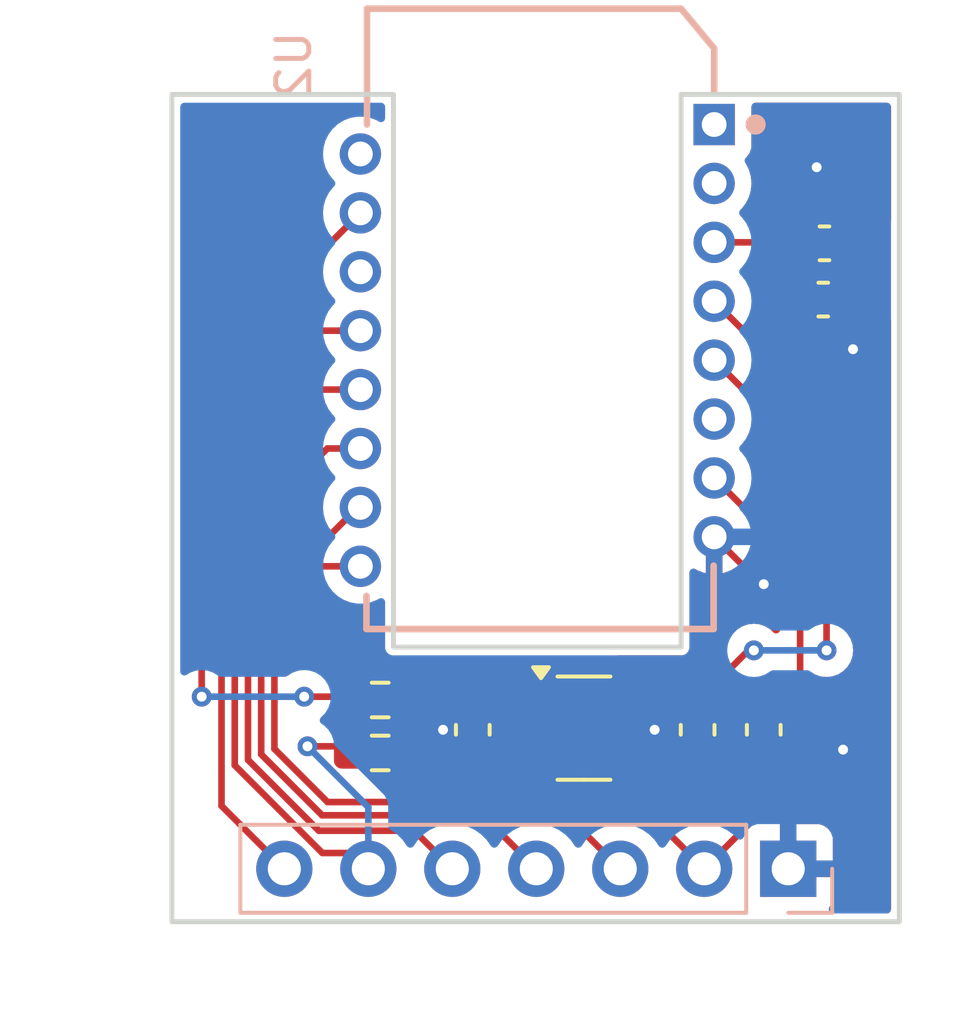
<source format=kicad_pcb>
(kicad_pcb (version 20240108) (generator "pcbnew") (generator_version "8.0")
  (layers (0 "F.Cu" signal) (31 "B.Cu" signal) (34 "B.Paste" user) (35 "F.Paste" user) (36 "B.SilkS" user "B.Silkscreen") (37 "F.SilkS" user "F.Silkscreen") (38 "B.Mask" user) (39 "F.Mask" user) (44 "Edge.Cuts" user))
  (net 0 "")
  (net 1 "+1V8")
  (net 2 "GND")
  (net 3 "+3V3")
  (net 4 "Net-(U1-BP)")
  (net 5 "Net-(U2-VDDPIX)")
  (net 6 "/SCK")
  (net 7 "/MOTION")
  (net 8 "/CS")
  (net 9 "/MOSI")
  (net 10 "/MISO")
  (net 11 "Net-(U2-LED_P)")
  (footprint "Capacitor_SMD:C_0603_1608Metric_Pad1.08x0.95mm_HandSolder" (layer "F.Cu") (at 115.9 69.2 -90)
    (property "Reference" "C1" (hide yes))
    (property "Value" "2.2u")
    (fp_line (start -0.146267 0.51) (end 0.146267 0.51) (stroke (width 0.12)) (layer "F.SilkS"))
    (fp_line (start -0.146267 -0.51) (end 0.146267 -0.51) (stroke (width 0.12)) (layer "F.SilkS"))
    (pad "1" smd roundrect (at -0.8625 0 270) (size 1.075 0.95) (layers "F.Cu" "F.Paste" "F.Mask") (net 1 "+1V8"))
    (pad "2" smd roundrect (at 0.8625 0 270) (size 1.075 0.95) (layers "F.Cu" "F.Paste" "F.Mask") (net 2 "GND"))
  )
  (footprint "Package_TO_SOT_SMD:SOT-23-5" (layer "F.Cu") (at 112.4625 69.15)
    (property "Reference" "U1" (hide yes))
    (property "Value" "LP2985-1.8" (hide yes))
    (fp_line (start 0 -1.56) (end -0.8 -1.56) (stroke (width 0.12)) (layer "F.SilkS"))
    (fp_line (start 0 -1.56) (end 0.8 -1.56) (stroke (width 0.12)) (layer "F.SilkS"))
    (fp_line (start 0 1.56) (end -0.8 1.56) (stroke (width 0.12)) (layer "F.SilkS"))
    (fp_line (start 0 1.56) (end 0.8 1.56) (stroke (width 0.12)) (layer "F.SilkS"))
    (fp_poly (pts (xy -1.3 -1.51) (xy -1.54 -1.84) (xy -1.06 -1.84) (xy -1.3 -1.51)) (stroke (width 0.12)) (fill solid) (layer "F.SilkS"))
    (pad "1" smd roundrect (at -1.1375 -0.95) (size 1.325 0.6) (layers "F.Cu" "F.Paste" "F.Mask") (net 3 "+3V3"))
    (pad "2" smd roundrect (at -1.1375 0) (size 1.325 0.6) (layers "F.Cu" "F.Paste" "F.Mask") (net 2 "GND"))
    (pad "3" smd roundrect (at -1.1375 0.95) (size 1.325 0.6) (layers "F.Cu" "F.Paste" "F.Mask") (net 3 "+3V3"))
    (pad "4" smd roundrect (at 1.1375 0.95) (size 1.325 0.6) (layers "F.Cu" "F.Paste" "F.Mask") (net 4 "Net-(U1-BP)"))
    (pad "5" smd roundrect (at 1.1375 -0.95) (size 1.325 0.6) (layers "F.Cu" "F.Paste" "F.Mask") (net 1 "+1V8"))
  )
  (footprint "Capacitor_SMD:C_0603_1608Metric_Pad1.08x0.95mm_HandSolder" (layer "F.Cu") (at 119.7 56.2)
    (property "Reference" "C5" (hide yes))
    (property "Value" "4.7u")
    (fp_line (start -0.146267 -0.51) (end 0.146267 -0.51) (stroke (width 0.12)) (layer "F.SilkS"))
    (fp_line (start -0.146267 0.51) (end 0.146267 0.51) (stroke (width 0.12)) (layer "F.SilkS"))
    (pad "1" smd roundrect (at -0.8625 0) (size 1.075 0.95) (layers "F.Cu" "F.Paste" "F.Mask") (net 5 "Net-(U2-VDDPIX)"))
    (pad "2" smd roundrect (at 0.8625 0) (size 1.075 0.95) (layers "F.Cu" "F.Paste" "F.Mask") (net 2 "GND"))
  )
  (footprint "Capacitor_SMD:C_0603_1608Metric_Pad1.08x0.95mm_HandSolder" (layer "F.Cu") (at 117.9 69.2 90)
    (property "Reference" "C3" (hide yes))
    (property "Value" "10n")
    (fp_line (start -0.146267 -0.51) (end 0.146267 -0.51) (stroke (width 0.12)) (layer "F.SilkS"))
    (fp_line (start -0.146267 0.51) (end 0.146267 0.51) (stroke (width 0.12)) (layer "F.SilkS"))
    (pad "1" smd roundrect (at -0.8625 0 90) (size 1.075 0.95) (layers "F.Cu" "F.Paste" "F.Mask") (net 4 "Net-(U1-BP)"))
    (pad "2" smd roundrect (at 0.8625 0 90) (size 1.075 0.95) (layers "F.Cu" "F.Paste" "F.Mask") (net 2 "GND"))
  )
  (footprint "Resistor_SMD:R_0603_1608Metric_Pad0.98x0.95mm_HandSolder" (layer "F.Cu") (at 106.3 68.3 180)
    (property "Reference" "R1" (hide yes))
    (property "Value" "39R")
    (fp_line (start -0.254724 0.5225) (end 0.254724 0.5225) (stroke (width 0.12)) (layer "F.SilkS"))
    (fp_line (start -0.254724 -0.5225) (end 0.254724 -0.5225) (stroke (width 0.12)) (layer "F.SilkS"))
    (pad "1" smd roundrect (at -0.9125 0 180) (size 0.975 0.95) (layers "F.Cu" "F.Paste" "F.Mask") (net 1 "+1V8"))
    (pad "2" smd roundrect (at 0.9125 0 180) (size 0.975 0.95) (layers "F.Cu" "F.Paste" "F.Mask") (net 11 "Net-(U2-LED_P)"))
  )
  (footprint "Capacitor_SMD:C_0603_1608Metric_Pad1.08x0.95mm_HandSolder" (layer "F.Cu") (at 119.7375 54.5 180)
    (property "Reference" "C4" (hide yes))
    (property "Value" "100n")
    (fp_line (start -0.146267 0.51) (end 0.146267 0.51) (stroke (width 0.12)) (layer "F.SilkS"))
    (fp_line (start -0.146267 -0.51) (end 0.146267 -0.51) (stroke (width 0.12)) (layer "F.SilkS"))
    (pad "1" smd roundrect (at -0.8625 0 180) (size 1.075 0.95) (layers "F.Cu" "F.Paste" "F.Mask") (net 2 "GND"))
    (pad "2" smd roundrect (at 0.8625 0 180) (size 1.075 0.95) (layers "F.Cu" "F.Paste" "F.Mask") (net 5 "Net-(U2-VDDPIX)"))
  )
  (footprint "Capacitor_SMD:C_0603_1608Metric_Pad1.08x0.95mm_HandSolder" (layer "F.Cu") (at 109.1 69.2 90)
    (property "Reference" "C2" (hide yes))
    (property "Value" "1u")
    (fp_line (start -0.146267 -0.51) (end 0.146267 -0.51) (stroke (width 0.12)) (layer "F.SilkS"))
    (fp_line (start -0.146267 0.51) (end 0.146267 0.51) (stroke (width 0.12)) (layer "F.SilkS"))
    (pad "1" smd roundrect (at -0.8625 0 90) (size 1.075 0.95) (layers "F.Cu" "F.Paste" "F.Mask") (net 3 "+3V3"))
    (pad "2" smd roundrect (at 0.8625 0 90) (size 1.075 0.95) (layers "F.Cu" "F.Paste" "F.Mask") (net 2 "GND"))
  )
  (footprint "Resistor_SMD:R_0603_1608Metric_Pad0.98x0.95mm_HandSolder" (layer "F.Cu") (at 106.3 69.9)
    (property "Reference" "R2" (hide yes))
    (property "Value" "10k")
    (fp_line (start -0.254724 -0.5225) (end 0.254724 -0.5225) (stroke (width 0.12)) (layer "F.SilkS"))
    (fp_line (start -0.254724 0.5225) (end 0.254724 0.5225) (stroke (width 0.12)) (layer "F.SilkS"))
    (pad "1" smd roundrect (at -0.9125 0) (size 0.975 0.95) (layers "F.Cu" "F.Paste" "F.Mask") (net 10 "/MISO"))
    (pad "2" smd roundrect (at 0.9125 0) (size 0.975 0.95) (layers "F.Cu" "F.Paste" "F.Mask") (net 3 "+3V3"))
  )
  (footprint "pmw3360_pcb:PMW3360DM-T2QU 16Pin" (layer "B.Cu") (at 111.05 57.078 -90)
    (property "Reference" "U2" (at -7.9756 7.366 90) (layer "B.SilkS") (effects (justify mirror)))
    (property "Value" "PMW3360DM-T2QU")
    (fp_line (start 8.0772 5.166) (end 9.0772 5.166) (stroke (width 0.2)) (layer "B.SilkS"))
    (fp_line (start -9.668 5.15) (end -9.668 -4.35) (stroke (width 0.2)) (layer "B.SilkS"))
    (fp_line (start -6.168 5.15) (end -9.668 5.15) (stroke (width 0.2)) (layer "B.SilkS"))
    (fp_line (start -9.668 -4.35) (end -8.468 -5.35) (stroke (width 0.2)) (layer "B.SilkS"))
    (fp_line (start 7.1628 -5.334) (end 9.0772 -5.334) (stroke (width 0.2)) (layer "B.SilkS"))
    (fp_line (start 9.0772 -5.334) (end 9.0772 5.166) (stroke (width 0.2)) (layer "B.SilkS"))
    (fp_line (start -8.468 -5.35) (end -7.168 -5.35) (stroke (width 0.2)) (layer "B.SilkS"))
    (fp_circle (center -6.168 -6.604) (end -6.168 -6.604) (stroke (width 0.61)) (fill solid) (layer "B.SilkS"))
    (pad "1" thru_hole rect (at -6.168 -5.35 270) (size 1.25 1.25) (drill 0.75) (layers "*.Cu" "*.Mask"))
    (pad "2" thru_hole oval (at -4.388 -5.35 270) (size 1.25 1.25) (drill 0.75) (layers "*.Cu" "*.Mask"))
    (pad "3" thru_hole oval (at -2.608 -5.35 270) (size 1.25 1.25) (drill 0.75) (layers "*.Cu" "*.Mask") (net 5 "Net-(U2-VDDPIX)"))
    (pad "4" thru_hole oval (at -0.828 -5.35 270) (size 1.25 1.25) (drill 0.75) (layers "*.Cu" "*.Mask") (net 1 "+1V8"))
    (pad "5" thru_hole oval (at 0.952 -5.35 270) (size 1.25 1.25) (drill 0.75) (layers "*.Cu" "*.Mask") (net 3 "+3V3"))
    (pad "6" thru_hole oval (at 2.732 -5.35 270) (size 1.25 1.25) (drill 0.75) (layers "*.Cu" "*.Mask"))
    (pad "7" thru_hole oval (at 4.512 -5.35 270) (size 1.25 1.25) (drill 0.75) (layers "*.Cu" "*.Mask") (net 3 "+3V3"))
    (pad "8" thru_hole oval (at 6.292 -5.35 270) (size 1.25 1.25) (drill 0.75) (layers "*.Cu" "*.Mask") (net 2 "GND"))
    (pad "9" thru_hole oval (at 7.182 5.35 270) (size 1.25 1.25) (drill 0.75) (layers "*.Cu" "*.Mask") (net 7 "/MOTION"))
    (pad "10" thru_hole oval (at 5.402 5.35 270) (size 1.25 1.25) (drill 0.75) (layers "*.Cu" "*.Mask") (net 6 "/SCK"))
    (pad "11" thru_hole oval (at 3.622 5.35 270) (size 1.25 1.25) (drill 0.75) (layers "*.Cu" "*.Mask") (net 9 "/MOSI"))
    (pad "12" thru_hole oval (at 1.842 5.35 270) (size 1.25 1.25) (drill 0.75) (layers "*.Cu" "*.Mask") (net 10 "/MISO"))
    (pad "13" thru_hole oval (at 0.062 5.35 270) (size 1.25 1.25) (drill 0.75) (layers "*.Cu" "*.Mask") (net 8 "/CS"))
    (pad "14" thru_hole oval (at -1.718 5.35 270) (size 1.25 1.25) (drill 0.75) (layers "*.Cu" "*.Mask"))
    (pad "15" thru_hole oval (at -3.498 5.35 270) (size 1.25 1.25) (drill 0.75) (layers "*.Cu" "*.Mask") (net 11 "Net-(U2-LED_P)"))
    (pad "16" thru_hole oval (at -5.278 5.35 270) (size 1.25 1.25) (drill 0.75) (layers "*.Cu" "*.Mask"))
    (zone (net 0) (net_name "") (layers "*.Cu" "B.CrtYd") (connect_pads (clearance 0)) (min_thickness 0.254)
      (keepout (tracks not_allowed) (vias not_allowed) (pads not_allowed) (copperpour not_allowed) (footprints not_allowed))
      (fill (thermal_gap 0.508) (thermal_bridge_width 0.508))
      (polygon (pts (xy 115.4188 65.4092) (xy 115.368 48.0864) (xy 106.6812 48.0864) (xy 106.6812 65.4092)))
    )
  )
  (footprint "Connector_PinHeader_2.54mm:PinHeader_1x07_P2.54mm_Vertical" (layer "B.Cu") (at 118.64 73.4 90)
    (property "Reference" "J1" (hide yes))
    (property "Value" "Conn_01x07")
    (fp_line (start 1.33 -16.57) (end -1.33 -16.57) (stroke (width 0.12)) (layer "B.SilkS"))
    (fp_line (start 1.33 -16.57) (end 1.33 -1.27) (stroke (width 0.12)) (layer "B.SilkS"))
    (fp_line (start -1.33 -16.57) (end -1.33 -1.27) (stroke (width 0.12)) (layer "B.SilkS"))
    (fp_line (start 1.33 -1.27) (end -1.33 -1.27) (stroke (width 0.12)) (layer "B.SilkS"))
    (fp_line (start 0 1.33) (end -1.33 1.33) (stroke (width 0.12)) (layer "B.SilkS"))
    (fp_line (start -1.33 1.33) (end -1.33 0) (stroke (width 0.12)) (layer "B.SilkS"))
    (pad "1" thru_hole rect (at 0 0 90) (size 1.7 1.7) (drill 1) (layers "*.Cu" "*.Mask") (net 2 "GND"))
    (pad "2" thru_hole oval (at 0 -2.54 90) (size 1.7 1.7) (drill 1) (layers "*.Cu" "*.Mask") (net 3 "+3V3"))
    (pad "3" thru_hole oval (at 0 -5.08 90) (size 1.7 1.7) (drill 1) (layers "*.Cu" "*.Mask") (net 7 "/MOTION"))
    (pad "4" thru_hole oval (at 0 -7.62 90) (size 1.7 1.7) (drill 1) (layers "*.Cu" "*.Mask") (net 6 "/SCK"))
    (pad "5" thru_hole oval (at 0 -10.16 90) (size 1.7 1.7) (drill 1) (layers "*.Cu" "*.Mask") (net 9 "/MOSI"))
    (pad "6" thru_hole oval (at 0 -12.7 90) (size 1.7 1.7) (drill 1) (layers "*.Cu" "*.Mask") (net 10 "/MISO"))
    (pad "7" thru_hole oval (at 0 -15.24 90) (size 1.7 1.7) (drill 1) (layers "*.Cu" "*.Mask") (net 8 "/CS"))
  )
  (gr_line (start 122 75) (end 100 75) (stroke (width 0.15)) (layer "Edge.Cuts"))
  (gr_line (start 106.7 50) (end 106.7 66.7) (stroke (width 0.15)) (layer "Edge.Cuts"))
  (gr_line (start 100 50) (end 106.7 50) (stroke (width 0.15)) (layer "Edge.Cuts"))
  (gr_line (start 122 50) (end 115.4 50) (stroke (width 0.15)) (layer "Edge.Cuts"))
  (gr_line (start 122 50) (end 122 75) (stroke (width 0.15)) (layer "Edge.Cuts"))
  (gr_line (start 115.4 66.7) (end 115.4 50) (stroke (width 0.15)) (layer "Edge.Cuts"))
  (gr_line (start 100 75) (end 100 50) (stroke (width 0.15)) (layer "Edge.Cuts"))
  (gr_line (start 106.7 66.7) (end 115.4 66.7) (stroke (width 0.15)) (layer "Edge.Cuts"))
  (segment (start 113.6 68.2) (end 115.7625 68.2) (width 0.2) (layer "F.Cu") (net 1))
  (segment (start 119.8 66.8) (end 119.8 59.65) (width 0.2) (layer "F.Cu") (net 1))
  (segment (start 107.2125 68.3) (end 108.2125 67.3) (width 0.2) (layer "F.Cu") (net 1))
  (segment (start 108.2125 67.3) (end 112.7 67.3) (width 0.2) (layer "F.Cu") (net 1))
  (segment (start 115.7625 68.2) (end 115.9 68.3375) (width 0.2) (layer "F.Cu") (net 1))
  (segment (start 119.8 59.65) (end 116.4 56.25) (width 0.2) (layer "F.Cu") (net 1))
  (segment (start 117.4375 66.8) (end 115.9 68.3375) (width 0.2) (layer "F.Cu") (net 1))
  (segment (start 112.7 67.3) (end 113.6 68.2) (width 0.2) (layer "F.Cu") (net 1))
  (segment (start 117.6 66.8) (end 117.4375 66.8) (width 0.2) (layer "F.Cu") (net 1))
  (via (at 119.8 66.8) (size 0.6) (drill 0.3) (layers "F.Cu" "B.Cu") (net 1))
  (via (at 117.6 66.8) (size 0.6) (drill 0.3) (layers "F.Cu" "B.Cu") (net 1))
  (segment (start 119.8 66.8) (end 117.6 66.8) (width 0.2) (layer "B.Cu") (net 1))
  (segment (start 114.6 69.2) (end 114.55 69.15) (width 0.2) (layer "F.Cu") (net 2))
  (segment (start 114.55 69.15) (end 111.325 69.15) (width 0.2) (layer "F.Cu") (net 2))
  (segment (start 109.0625 68.3375) (end 108.2 69.2) (width 0.2) (layer "F.Cu") (net 2))
  (segment (start 120.6 54.5) (end 120.6 55.4) (width 0.2) (layer "F.Cu") (net 2))
  (segment (start 120.6 56.1625) (end 120.5625 56.2) (width 0.2) (layer "F.Cu") (net 2))
  (segment (start 117.83 64.8) (end 117.9 64.8) (width 0.2) (layer "F.Cu") (net 2))
  (segment (start 117.625 68.3375) (end 115.9 70.0625) (width 0.2) (layer "F.Cu") (net 2))
  (segment (start 120.6 55.4) (end 120.6 56.1625) (width 0.2) (layer "F.Cu") (net 2))
  (segment (start 117.9 68.3375) (end 117.625 68.3375) (width 0.2) (layer "F.Cu") (net 2))
  (segment (start 116.4 63.37) (end 117.83 64.8) (width 0.2) (layer "F.Cu") (net 2))
  (segment (start 120.6 55.4) (end 120.6 57.7) (width 0.2) (layer "F.Cu") (net 2))
  (segment (start 115.4625 70.0625) (end 114.6 69.2) (width 0.2) (layer "F.Cu") (net 2))
  (segment (start 115.9 70.0625) (end 115.4625 70.0625) (width 0.2) (layer "F.Cu") (net 2))
  (segment (start 109.1 68.3375) (end 109.0625 68.3375) (width 0.2) (layer "F.Cu") (net 2))
  (via (at 108.2 69.2) (size 0.6) (drill 0.3) (layers "F.Cu" "B.Cu") (net 2))
  (via (at 114.6 69.2) (size 0.6) (drill 0.3) (layers "F.Cu" "B.Cu") (net 2))
  (via (at 117.9 64.8) (size 0.6) (drill 0.3) (layers "F.Cu" "B.Cu") (net 2))
  (via (at 120.3 69.8) (size 0.6) (drill 0.3) (layers "F.Cu" "B.Cu") (net 2))
  (via (at 119.5 52.2) (size 0.6) (drill 0.3) (layers "F.Cu" "B.Cu") (net 2))
  (via (at 120.6 57.7) (size 0.6) (drill 0.3) (layers "F.Cu" "B.Cu") (net 2))
  (segment (start 119 60.63) (end 116.4 58.03) (width 0.2) (layer "F.Cu") (net 3))
  (segment (start 108.9375 69.9) (end 109.1 70.0625) (width 0.2) (layer "F.Cu") (net 3))
  (segment (start 119 64.19) (end 119 60.63) (width 0.2) (layer "F.Cu") (net 3))
  (segment (start 116.1 73.4) (end 115.596948 73.4) (width 0.2) (layer "F.Cu") (net 3))
  (segment (start 111.2875 70.0625) (end 111.325 70.1) (width 0.2) (layer "F.Cu") (net 3))
  (segment (start 109.1 70.0625) (end 110.2 70.0625) (width 0.2) (layer "F.Cu") (net 3))
  (segment (start 110.2 70.0625) (end 110.2 68.662501) (width 0.2) (layer "F.Cu") (net 3))
  (segment (start 107.2125 69.9) (end 108.9375 69.9) (width 0.2) (layer "F.Cu") (net 3))
  (segment (start 110.2 70.0625) (end 111.2875 70.0625) (width 0.2) (layer "F.Cu") (net 3))
  (segment (start 113.6 70.9) (end 110.6 70.9) (width 0.2) (layer "F.Cu") (net 3))
  (segment (start 110.6 70.9) (end 110.2 70.5) (width 0.2) (layer "F.Cu") (net 3))
  (segment (start 119 70.5) (end 119 64.19) (width 0.2) (layer "F.Cu") (net 3))
  (segment (start 116.1 73.4) (end 113.6 70.9) (width 0.2) (layer "F.Cu") (net 3))
  (segment (start 116.1 73.4) (end 119 70.5) (width 0.2) (layer "F.Cu") (net 3))
  (segment (start 110.2 68.662501) (end 110.662501 68.2) (width 0.2) (layer "F.Cu") (net 3))
  (segment (start 119 64.19) (end 116.4 61.59) (width 0.2) (layer "F.Cu") (net 3))
  (segment (start 110.2 70.5) (end 110.2 70.0625) (width 0.2) (layer "F.Cu") (net 3))
  (segment (start 110.662501 68.2) (end 111.325 68.2) (width 0.2) (layer "F.Cu") (net 3))
  (segment (start 116.7625 71.2) (end 117.9 70.0625) (width 0.2) (layer "F.Cu") (net 4))
  (segment (start 113.6 70.1) (end 114.4 70.1) (width 0.2) (layer "F.Cu") (net 4))
  (segment (start 115.5 71.2) (end 116.7625 71.2) (width 0.2) (layer "F.Cu") (net 4))
  (segment (start 114.4 70.1) (end 115.5 71.2) (width 0.2) (layer "F.Cu") (net 4))
  (segment (start 118.875 54.5) (end 118.875 56.1625) (width 0.2) (layer "F.Cu") (net 5))
  (segment (start 116.4 54.47) (end 118.845 54.47) (width 0.2) (layer "F.Cu") (net 5))
  (segment (start 118.845 54.47) (end 118.875 54.5) (width 0.2) (layer "F.Cu") (net 5))
  (segment (start 118.875 56.1625) (end 118.8375 56.2) (width 0.2) (layer "F.Cu") (net 5))
  (segment (start 104.541702 71.783984) (end 109.403984 71.783984) (width 0.2) (layer "F.Cu") (net 6))
  (segment (start 102.7 69.942282) (end 104.541702 71.783984) (width 0.2) (layer "F.Cu") (net 6))
  (segment (start 102.7 65.4) (end 102.7 69.942282) (width 0.2) (layer "F.Cu") (net 6))
  (segment (start 105.7 62.48) (end 105.62 62.48) (width 0.2) (layer "F.Cu") (net 6))
  (segment (start 109.403984 71.783984) (end 111.02 73.4) (width 0.2) (layer "F.Cu") (net 6))
  (segment (start 105.62 62.48) (end 102.7 65.4) (width 0.2) (layer "F.Cu") (net 6))
  (segment (start 111.543984 71.383984) (end 113.56 73.4) (width 0.2) (layer "F.Cu") (net 7))
  (segment (start 104.405686 64.26) (end 103.1 65.565686) (width 0.2) (layer "F.Cu") (net 7))
  (segment (start 103.1 65.565686) (end 103.1 69.776596) (width 0.2) (layer "F.Cu") (net 7))
  (segment (start 103.1 69.776596) (end 104.707388 71.383984) (width 0.2) (layer "F.Cu") (net 7))
  (segment (start 104.707388 71.383984) (end 111.543984 71.383984) (width 0.2) (layer "F.Cu") (net 7))
  (segment (start 105.7 64.26) (end 104.405686 64.26) (width 0.2) (layer "F.Cu") (net 7))
  (segment (start 104.16 57.14) (end 101.5 59.8) (width 0.2) (layer "F.Cu") (net 8))
  (segment (start 105.7 57.14) (end 104.16 57.14) (width 0.2) (layer "F.Cu") (net 8))
  (segment (start 101.5 71.5) (end 103.4 73.4) (width 0.2) (layer "F.Cu") (net 8))
  (segment (start 101.5 59.8) (end 101.5 71.5) (width 0.2) (layer "F.Cu") (net 8))
  (segment (start 107.33 72.25) (end 108.48 73.4) (width 0.2) (layer "F.Cu") (net 9))
  (segment (start 104.442032 72.25) (end 107.33 72.25) (width 0.2) (layer "F.Cu") (net 9))
  (segment (start 105.7 60.7) (end 104.7 60.7) (width 0.2) (layer "F.Cu") (net 9))
  (segment (start 102.3 70.107968) (end 104.442032 72.25) (width 0.2) (layer "F.Cu") (net 9))
  (segment (start 102.3 63.1) (end 102.3 70.107968) (width 0.2) (layer "F.Cu") (net 9))
  (segment (start 104.7 60.7) (end 102.3 63.1) (width 0.2) (layer "F.Cu") (net 9))
  (segment (start 104.1 69.7) (end 105.1875 69.7) (width 0.2) (layer "F.Cu") (net 10))
  (segment (start 105.7 58.92) (end 104.18 58.92) (width 0.2) (layer "F.Cu") (net 10))
  (segment (start 104.18 58.92) (end 101.9 61.2) (width 0.2) (layer "F.Cu") (net 10))
  (segment (start 105.1875 69.7) (end 105.3875 69.9) (width 0.2) (layer "F.Cu") (net 10))
  (segment (start 101.9 70.273654) (end 104.55 72.923654) (width 0.2) (layer "F.Cu") (net 10))
  (segment (start 105.463654 72.923654) (end 105.94 73.4) (width 0.2) (layer "F.Cu") (net 10))
  (segment (start 104.55 72.923654) (end 105.463654 72.923654) (width 0.2) (layer "F.Cu") (net 10))
  (segment (start 101.9 61.2) (end 101.9 70.273654) (width 0.2) (layer "F.Cu") (net 10))
  (via (at 104.1 69.7) (size 0.6) (drill 0.3) (layers "F.Cu" "B.Cu") (net 10))
  (segment (start 105.94 71.54) (end 104.1 69.7) (width 0.2) (layer "B.Cu") (net 10))
  (segment (start 105.94 73.4) (end 105.94 71.54) (width 0.2) (layer "B.Cu") (net 10))
  (segment (start 105.2875 68.2) (end 105.3875 68.3) (width 0.2) (layer "F.Cu") (net 11))
  (segment (start 104 68.2) (end 105.2875 68.2) (width 0.2) (layer "F.Cu") (net 11))
  (segment (start 100.9 58.38) (end 105.7 53.58) (width 0.2) (layer "F.Cu") (net 11))
  (segment (start 100.9 68.2) (end 100.9 58.38) (width 0.2) (layer "F.Cu") (net 11))
  (via (at 104 68.2) (size 0.6) (drill 0.3) (layers "F.Cu" "B.Cu") (net 11))
  (via (at 100.9 68.2) (size 0.6) (drill 0.3) (layers "F.Cu" "B.Cu") (net 11))
  (segment (start 100.9 68.2) (end 104 68.2) (width 0.2) (layer "B.Cu") (net 11))
  (zone (net 2) (net_name "GND") (layers "F&B.Cu") (connect_pads (clearance 0.5)) (min_thickness 0.25) (fill yes (thermal_gap 0.5) (thermal_bridge_width 0.5))
    (polygon (pts (xy 98.3 48.1) (xy 124.3 47.9) (xy 123.8 77.9) (xy 94.8 78.1)))
  )
)
</source>
